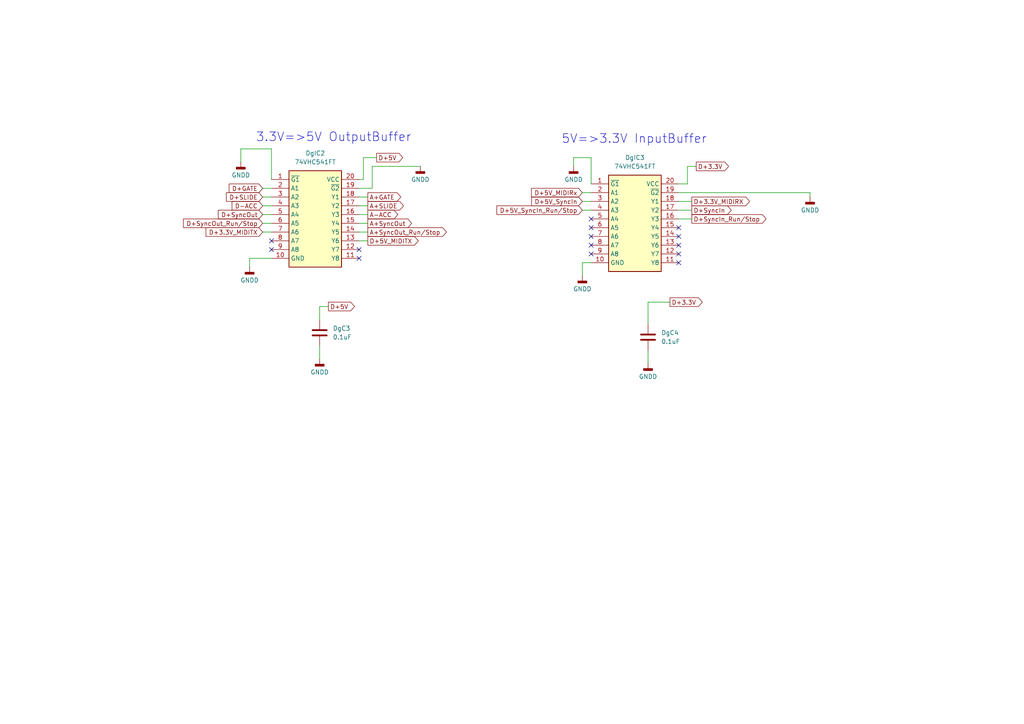
<source format=kicad_sch>
(kicad_sch (version 20231120) (generator "eeschema") (generator_version "8.0")
  (paper "A4")
  (lib_symbols
    (symbol "Device:C" (pin_numbers hide) (pin_names (offset 0.254))
      (property "Reference" "C" (at 0.635 2.54 0))
      (property "Value" "C" (at 0.635 -2.54 0))
      (symbol "C_0_1"
        (polyline (pts (xy -2.032 -0.762) (xy 2.032 -0.762)) (stroke (width 0.508)))
        (polyline (pts (xy -2.032 0.762) (xy 2.032 0.762)) (stroke (width 0.508)))
      )
      (symbol "C_1_1"
        (pin passive line (at 0 3.81 270) (length 2.794) (name "~") (number "1"))
        (pin passive line (at 0 -3.81 90) (length 2.794) (name "~") (number "2"))
      )
    )
    (symbol "SamacSys_Parts:74VHC541FT"
      (property "Reference" "IC" (at 21.59 7.62 0))
      (property "Value" "74VHC541FT" (at 21.59 5.08 0))
      (symbol "74VHC541FT_1_1"
        (rectangle (start 5.08 2.54) (end 20.32 -25.4) (stroke (width 0.254)) (fill (type background)))
        (pin passive line (at 0 0 0) (length 5.08) (name "~{G1}") (number "1"))
        (pin passive line (at 0 -22.86 0) (length 5.08) (name "GND") (number "10"))
        (pin passive line (at 25.4 -22.86 180) (length 5.08) (name "Y8") (number "11"))
        (pin passive line (at 25.4 -20.32 180) (length 5.08) (name "Y7") (number "12"))
        (pin passive line (at 25.4 -17.78 180) (length 5.08) (name "Y6") (number "13"))
        (pin passive line (at 25.4 -15.24 180) (length 5.08) (name "Y5") (number "14"))
        (pin passive line (at 25.4 -12.7 180) (length 5.08) (name "Y4") (number "15"))
        (pin passive line (at 25.4 -10.16 180) (length 5.08) (name "Y3") (number "16"))
        (pin passive line (at 25.4 -7.62 180) (length 5.08) (name "Y2") (number "17"))
        (pin passive line (at 25.4 -5.08 180) (length 5.08) (name "Y1") (number "18"))
        (pin passive line (at 25.4 -2.54 180) (length 5.08) (name "~{G2}") (number "19"))
        (pin passive line (at 0 -2.54 0) (length 5.08) (name "A1") (number "2"))
        (pin passive line (at 25.4 0 180) (length 5.08) (name "VCC") (number "20"))
        (pin passive line (at 0 -5.08 0) (length 5.08) (name "A2") (number "3"))
        (pin passive line (at 0 -7.62 0) (length 5.08) (name "A3") (number "4"))
        (pin passive line (at 0 -10.16 0) (length 5.08) (name "A4") (number "5"))
        (pin passive line (at 0 -12.7 0) (length 5.08) (name "A5") (number "6"))
        (pin passive line (at 0 -15.24 0) (length 5.08) (name "A6") (number "7"))
        (pin passive line (at 0 -17.78 0) (length 5.08) (name "A7") (number "8"))
        (pin passive line (at 0 -20.32 0) (length 5.08) (name "A8") (number "9"))
      )
    )
    (symbol "power:GNDD" (power) (pin_numbers hide) (pin_names (offset 0) hide)
      (property "Value" "GNDD" (at 0 -3.175 0))
      (symbol "GNDD_0_1"
        (rectangle (start -1.27 -1.524) (end 1.27 -2.032) (stroke (width 0.254)) (fill (type outline)))
        (polyline (pts (xy 0 0) (xy 0 -1.524)))
      )
      (symbol "GNDD_1_1"
        (pin power_in line (at 0 0 270) (length 0) (name "~") (number "1"))
      )
    )
  )
  (no_connect (at 104.14 74.93))
  (no_connect (at 196.85 71.12))
  (no_connect (at 171.45 71.12))
  (no_connect (at 171.45 68.58))
  (no_connect (at 196.85 66.04))
  (no_connect (at 196.85 68.58))
  (no_connect (at 196.85 76.2))
  (no_connect (at 171.45 73.66))
  (no_connect (at 171.45 63.5))
  (no_connect (at 171.45 66.04))
  (no_connect (at 196.85 73.66))
  (no_connect (at 78.74 72.39))
  (no_connect (at 78.74 69.85))
  (no_connect (at 104.14 72.39))
  (wire (pts (xy 200.66 58.42) (xy 196.85 58.42)))
  (wire (pts (xy 105.41 45.72) (xy 105.41 52.07)))
  (wire (pts (xy 72.39 74.93) (xy 72.39 77.47)))
  (wire (pts (xy 78.74 43.18) (xy 69.85 43.18)))
  (wire (pts (xy 187.96 87.63) (xy 187.96 93.98)))
  (wire (pts (xy 78.74 74.93) (xy 72.39 74.93)))
  (wire (pts (xy 76.2 59.69) (xy 78.74 59.69)))
  (wire (pts (xy 234.95 55.88) (xy 234.95 57.15)))
  (wire (pts (xy 168.91 60.96) (xy 171.45 60.96)))
  (wire (pts (xy 109.22 45.72) (xy 105.41 45.72)))
  (wire (pts (xy 200.66 60.96) (xy 196.85 60.96)))
  (wire (pts (xy 106.68 62.23) (xy 104.14 62.23)))
  (wire (pts (xy 194.31 87.63) (xy 187.96 87.63)))
  (wire (pts (xy 95.25 88.9) (xy 92.71 88.9)))
  (wire (pts (xy 201.93 48.26) (xy 199.39 48.26)))
  (wire (pts (xy 76.2 54.61) (xy 78.74 54.61)))
  (wire (pts (xy 121.92 48.26) (xy 107.95 48.26)))
  (wire (pts (xy 106.68 57.15) (xy 104.14 57.15)))
  (wire (pts (xy 76.2 67.31) (xy 78.74 67.31)))
  (wire (pts (xy 171.45 53.34) (xy 171.45 45.72)))
  (wire (pts (xy 187.96 101.6) (xy 187.96 105.41)))
  (wire (pts (xy 107.95 54.61) (xy 104.14 54.61)))
  (wire (pts (xy 106.68 67.31) (xy 104.14 67.31)))
  (wire (pts (xy 199.39 48.26) (xy 199.39 53.34)))
  (wire (pts (xy 106.68 59.69) (xy 104.14 59.69)))
  (wire (pts (xy 76.2 64.77) (xy 78.74 64.77)))
  (wire (pts (xy 171.45 45.72) (xy 166.37 45.72)))
  (wire (pts (xy 168.91 58.42) (xy 171.45 58.42)))
  (wire (pts (xy 200.66 63.5) (xy 196.85 63.5)))
  (wire (pts (xy 92.71 100.33) (xy 92.71 104.14)))
  (wire (pts (xy 105.41 52.07) (xy 104.14 52.07)))
  (wire (pts (xy 69.85 43.18) (xy 69.85 46.99)))
  (wire (pts (xy 196.85 55.88) (xy 234.95 55.88)))
  (wire (pts (xy 168.91 55.88) (xy 171.45 55.88)))
  (wire (pts (xy 76.2 62.23) (xy 78.74 62.23)))
  (wire (pts (xy 106.68 69.85) (xy 104.14 69.85)))
  (wire (pts (xy 168.91 76.2) (xy 168.91 80.01)))
  (wire (pts (xy 107.95 48.26) (xy 107.95 54.61)))
  (wire (pts (xy 199.39 53.34) (xy 196.85 53.34)))
  (wire (pts (xy 76.2 57.15) (xy 78.74 57.15)))
  (wire (pts (xy 106.68 64.77) (xy 104.14 64.77)))
  (wire (pts (xy 171.45 76.2) (xy 168.91 76.2)))
  (wire (pts (xy 92.71 88.9) (xy 92.71 92.71)))
  (wire (pts (xy 78.74 52.07) (xy 78.74 43.18)))
  (wire (pts (xy 166.37 45.72) (xy 166.37 48.26)))
  (text "3.3V=>5V OutputBuffer" (at 74.168 39.878 0) (effects (font (size 2.54 2.54)) (justify left)))
  (text "5V=>3.3V InputBuffer" (at 162.814 40.386 0) (effects (font (size 2.54 2.54)) (justify left)))
  (global_label "A+SyncOut" (shape output) (at 106.68 64.77 0) (property "Intersheetrefs" "${INTERSHEET_REFS}" (effects (hide yes))))
  (global_label "A+SLIDE" (shape output) (at 106.68 59.69 0) (property "Intersheetrefs" "${INTERSHEET_REFS}" (effects (hide yes))))
  (global_label "D+5V" (shape output) (at 109.22 45.72 0) (property "Intersheetrefs" "${INTERSHEET_REFS}" (effects (hide yes))))
  (global_label "A+GATE" (shape output) (at 106.68 57.15 0) (property "Intersheetrefs" "${INTERSHEET_REFS}" (effects (hide yes))))
  (global_label "D+5V_SyncIn_Run/Stop" (shape input) (at 168.91 60.96 180) (property "Intersheetrefs" "${INTERSHEET_REFS}" (effects (hide yes))))
  (global_label "A+SyncOut_Run{slash}Stop" (shape output) (at 106.68 67.31 0) (property "Intersheetrefs" "${INTERSHEET_REFS}" (effects (hide yes))))
  (global_label "D+5V_MIDIRx" (shape input) (at 168.91 55.88 180) (property "Intersheetrefs" "${INTERSHEET_REFS}" (effects (hide yes))))
  (global_label "D+SyncOut_Run{slash}Stop" (shape input) (at 76.2 64.77 180) (property "Intersheetrefs" "${INTERSHEET_REFS}" (effects (hide yes))))
  (global_label "D+5V_SyncIn" (shape input) (at 168.91 58.42 180) (property "Intersheetrefs" "${INTERSHEET_REFS}" (effects (hide yes))))
  (global_label "D+3.3V" (shape output) (at 201.93 48.26 0) (property "Intersheetrefs" "${INTERSHEET_REFS}" (effects (hide yes))))
  (global_label "D+SyncIn" (shape output) (at 200.66 60.96 0) (property "Intersheetrefs" "${INTERSHEET_REFS}" (effects (hide yes))))
  (global_label "D+3.3V_MIDITX" (shape input) (at 76.2 67.31 180) (property "Intersheetrefs" "${INTERSHEET_REFS}" (effects (hide yes))))
  (global_label "D+GATE" (shape input) (at 76.2 54.61 180) (property "Intersheetrefs" "${INTERSHEET_REFS}" (effects (hide yes))))
  (global_label "D-ACC" (shape input) (at 76.2 59.69 180) (property "Intersheetrefs" "${INTERSHEET_REFS}" (effects (hide yes))))
  (global_label "D+SyncIn_Run{slash}Stop" (shape output) (at 200.66 63.5 0) (property "Intersheetrefs" "${INTERSHEET_REFS}" (effects (hide yes))))
  (global_label "D+SLIDE" (shape input) (at 76.2 57.15 180) (property "Intersheetrefs" "${INTERSHEET_REFS}" (effects (hide yes))))
  (global_label "D+SyncOut" (shape input) (at 76.2 62.23 180) (property "Intersheetrefs" "${INTERSHEET_REFS}" (effects (hide yes))))
  (global_label "D+5V" (shape output) (at 95.25 88.9 0) (property "Intersheetrefs" "${INTERSHEET_REFS}" (effects (hide yes))))
  (global_label "D+3.3V" (shape output) (at 194.31 87.63 0) (property "Intersheetrefs" "${INTERSHEET_REFS}" (effects (hide yes))))
  (global_label "D+5V_MIDITX" (shape output) (at 106.68 69.85 0) (property "Intersheetrefs" "${INTERSHEET_REFS}" (effects (hide yes))))
  (global_label "A-ACC" (shape output) (at 106.68 62.23 0) (property "Intersheetrefs" "${INTERSHEET_REFS}" (effects (hide yes))))
  (global_label "D+3.3V_MIDIRX" (shape output) (at 200.66 58.42 0) (property "Intersheetrefs" "${INTERSHEET_REFS}" (effects (hide yes))))
  (symbol (lib_id "Device:C") (at 92.71 96.52 0) (unit 1)
    (property "Reference" "DgC3" (at 96.52 95.2499 0) (effects (justify left)))
    (property "Value" "0.1uF" (at 96.52 97.7899 0) (effects (justify left)))
    (property "Footprint" "Capacitor_SMD:C_0805_2012Metric_Pad1.18x1.45mm_HandSolder" (effects (hide yes)))
    (property "Description" "Unpolarized capacitor" (effects (hide yes)))
  )
  (symbol (lib_id "Device:C") (at 187.96 97.79 0) (unit 1)
    (property "Reference" "DgC4" (at 191.77 96.5199 0) (effects (justify left)))
    (property "Value" "0.1uF" (at 191.77 99.0599 0) (effects (justify left)))
    (property "Footprint" "Capacitor_SMD:C_0805_2012Metric_Pad1.18x1.45mm_HandSolder" (effects (hide yes)))
    (property "Description" "Unpolarized capacitor" (effects (hide yes)))
  )
  (symbol (lib_id "power:GNDD") (at 166.37 48.26 0) (unit 1)
    (property "Reference" "#PWR09" (effects (hide yes)))
    (property "Value" "GNDD" (at 166.37 52.07 0))
    (property "Description" "Power symbol creates a global label with name \"GNDD\" , digital ground" (effects (hide yes)))
  )
  (symbol (lib_id "SamacSys_Parts:74VHC541FT") (at 78.74 52.07 0) (unit 1)
    (property "Reference" "DgIC2" (at 91.44 44.45 0))
    (property "Value" "74VHC541FT" (at 91.44 46.99 0))
    (property "Footprint" "SamacSys_Parts:SOP65P640X120-20N" (effects (hide yes)))
    (property "Datasheet" "https://toshiba.semicon-storage.com/info/docget.jsp?did=13948&prodName=74VHC540FT" (effects (hide yes)))
    (property "Description" "Buffers & Line Drivers Pb-F VHS TSSOP 20 CMOS LOGIC" (effects (hide yes)))
    (property "Height" "1.2" (effects (hide yes)))
    (property "Manufacturer_Name" "Toshiba" (effects (hide yes)))
    (property "Manufacturer_Part_Number" "74VHC541FT" (effects (hide yes)))
    (property "Mouser Part Number" "N/A" (effects (hide yes)))
    (property "Mouser Price/Stock" "https://www.mouser.com/Search/Refine.aspx?Keyword=N%2FA" (effects (hide yes)))
    (property "Arrow Part Number" "74VHC541FT" (effects (hide yes)))
    (property "Arrow Price/Stock" "https://www.arrow.com/en/products/74vhc541ft/toshiba?region=nac" (effects (hide yes)))
  )
  (symbol (lib_id "SamacSys_Parts:74VHC541FT") (at 171.45 53.34 0) (unit 1)
    (property "Reference" "DgIC3" (at 184.15 45.72 0))
    (property "Value" "74VHC541FT" (at 184.15 48.26 0))
    (property "Footprint" "SamacSys_Parts:SOP65P640X120-20N" (effects (hide yes)))
    (property "Datasheet" "https://toshiba.semicon-storage.com/info/docget.jsp?did=13948&prodName=74VHC540FT" (effects (hide yes)))
    (property "Description" "Buffers & Line Drivers Pb-F VHS TSSOP 20 CMOS LOGIC" (effects (hide yes)))
    (property "Height" "1.2" (effects (hide yes)))
    (property "Manufacturer_Name" "Toshiba" (effects (hide yes)))
    (property "Manufacturer_Part_Number" "74VHC541FT" (effects (hide yes)))
    (property "Mouser Part Number" "N/A" (effects (hide yes)))
    (property "Mouser Price/Stock" "https://www.mouser.com/Search/Refine.aspx?Keyword=N%2FA" (effects (hide yes)))
    (property "Arrow Part Number" "74VHC541FT" (effects (hide yes)))
    (property "Arrow Price/Stock" "https://www.arrow.com/en/products/74vhc541ft/toshiba?region=nac" (effects (hide yes)))
  )
  (symbol (lib_id "power:GNDD") (at 72.39 77.47 0) (unit 1)
    (property "Reference" "#PWR08" (effects (hide yes)))
    (property "Value" "GNDD" (at 72.39 81.28 0))
    (property "Description" "Power symbol creates a global label with name \"GNDD\" , digital ground" (effects (hide yes)))
  )
  (symbol (lib_id "power:GNDD") (at 92.71 104.14 0) (unit 1)
    (property "Reference" "#PWR028" (effects (hide yes)))
    (property "Value" "GNDD" (at 92.71 107.95 0))
    (property "Description" "Power symbol creates a global label with name \"GNDD\" , digital ground" (effects (hide yes)))
  )
  (symbol (lib_id "power:GNDD") (at 121.92 48.26 0) (unit 1)
    (property "Reference" "#PWR035" (effects (hide yes)))
    (property "Value" "GNDD" (at 121.92 52.07 0))
    (property "Description" "Power symbol creates a global label with name \"GNDD\" , digital ground" (effects (hide yes)))
  )
  (symbol (lib_id "power:GNDD") (at 234.95 57.15 0) (unit 1)
    (property "Reference" "#PWR011" (effects (hide yes)))
    (property "Value" "GNDD" (at 234.95 60.96 0))
    (property "Description" "Power symbol creates a global label with name \"GNDD\" , digital ground" (effects (hide yes)))
  )
  (symbol (lib_id "power:GNDD") (at 187.96 105.41 0) (unit 1)
    (property "Reference" "#PWR029" (effects (hide yes)))
    (property "Value" "GNDD" (at 187.96 109.22 0))
    (property "Description" "Power symbol creates a global label with name \"GNDD\" , digital ground" (effects (hide yes)))
  )
  (symbol (lib_id "power:GNDD") (at 69.85 46.99 0) (unit 1)
    (property "Reference" "#PWR034" (effects (hide yes)))
    (property "Value" "GNDD" (at 69.85 50.8 0))
    (property "Description" "Power symbol creates a global label with name \"GNDD\" , digital ground" (effects (hide yes)))
  )
  (symbol (lib_id "power:GNDD") (at 168.91 80.01 0) (unit 1)
    (property "Reference" "#PWR010" (effects (hide yes)))
    (property "Value" "GNDD" (at 168.91 83.82 0))
    (property "Description" "Power symbol creates a global label with name \"GNDD\" , digital ground" (effects (hide yes)))
  )
)
</source>
